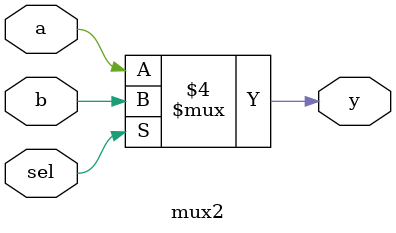
<source format=v>


module mux2(input a, b, sel,output reg y);
always@(*) begin 
if (sel==1'b0)
 y=a;
 else 
 y=b;
end
endmodule
</source>
